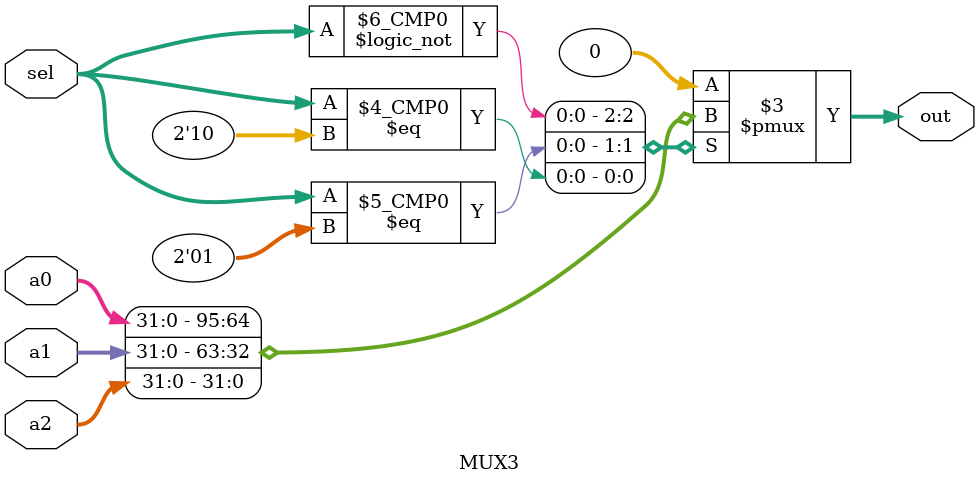
<source format=v>
`timescale 1ps/1ps
module MUX3 #(parameter width = 32)(
  input [1:0]				sel,
  input [width-1:0]	 		a0, a1, a2,
  output reg [width-1:0] 	out
);

always @(*)
begin
  #10
  case(sel)
    2'b00: out = a0;
    2'b01: out = a1;
    2'b10: out = a2;
    default: out = 1'b0;
  endcase
end

endmodule
</source>
